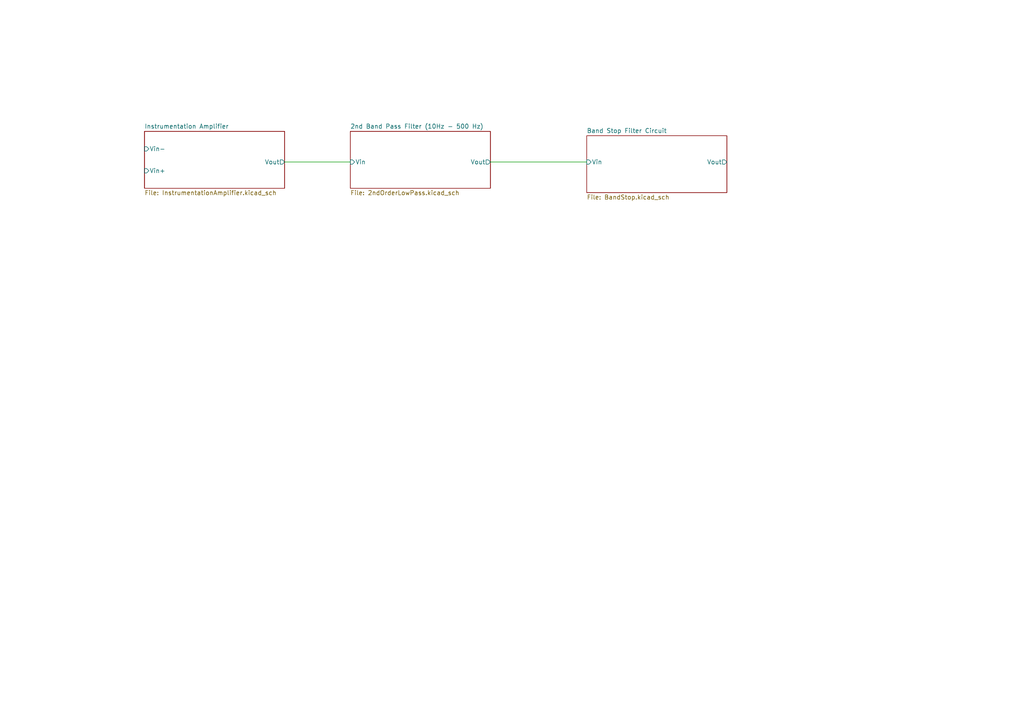
<source format=kicad_sch>
(kicad_sch (version 20230121) (generator eeschema)

  (uuid c6167f6f-8a8c-40a1-9c06-7f0e8ea44639)

  (paper "A4")

  (title_block
    (title "TR-EMG")
    (date "2024-01-24")
    (rev "A")
    (company "Northeastern University")
  )

  (lib_symbols
  )


  (wire (pts (xy 82.55 46.99) (xy 101.6 46.99))
    (stroke (width 0) (type default))
    (uuid 637635b0-d64f-4e62-a8f3-74b4d274dc56)
  )
  (wire (pts (xy 142.24 46.99) (xy 170.18 46.99))
    (stroke (width 0) (type default))
    (uuid c09a9c71-55a2-4905-a5f8-07e25dc3ac32)
  )

  (sheet (at 41.91 38.1) (size 40.64 16.51) (fields_autoplaced)
    (stroke (width 0.1524) (type solid))
    (fill (color 0 0 0 0.0000))
    (uuid 59ee8f59-770d-4fda-92bb-823e819fc8fa)
    (property "Sheetname" "Instrumentation Amplifier" (at 41.91 37.3884 0)
      (effects (font (size 1.27 1.27)) (justify left bottom))
    )
    (property "Sheetfile" "InstrumentationAmplifier.kicad_sch" (at 41.91 55.1946 0)
      (effects (font (size 1.27 1.27)) (justify left top))
    )
    (pin "Vout" output (at 82.55 46.99 0)
      (effects (font (size 1.27 1.27)) (justify right))
      (uuid 5357c32b-fd4e-4387-a09c-38ca4d5c126e)
    )
    (pin "Vin-" input (at 41.91 43.18 180)
      (effects (font (size 1.27 1.27)) (justify left))
      (uuid f3b0f1ae-6301-4ae1-a225-d833d8028758)
    )
    (pin "Vin+" input (at 41.91 49.53 180)
      (effects (font (size 1.27 1.27)) (justify left))
      (uuid a06c6dc5-8e52-4b1c-9395-e12e03b5534f)
    )
    (instances
      (project "TR_EMG"
        (path "/c6167f6f-8a8c-40a1-9c06-7f0e8ea44639" (page "5"))
      )
    )
  )

  (sheet (at 101.6 38.1) (size 40.64 16.51) (fields_autoplaced)
    (stroke (width 0.1524) (type solid))
    (fill (color 0 0 0 0.0000))
    (uuid 79b04bde-485f-4387-8a17-ac0759b4ec88)
    (property "Sheetname" "2nd Band Pass Filter (10Hz - 500 Hz)" (at 101.6 37.3884 0)
      (effects (font (size 1.27 1.27)) (justify left bottom))
    )
    (property "Sheetfile" "2ndOrderLowPass.kicad_sch" (at 101.6 55.1946 0)
      (effects (font (size 1.27 1.27)) (justify left top))
    )
    (pin "Vout" output (at 142.24 46.99 0)
      (effects (font (size 1.27 1.27)) (justify right))
      (uuid 9f57c914-4caf-4329-8a47-87329633ce0f)
    )
    (pin "Vin" input (at 101.6 46.99 180)
      (effects (font (size 1.27 1.27)) (justify left))
      (uuid f5a9052d-88c5-4eab-88a6-98079a6b2c3e)
    )
    (instances
      (project "TR_EMG"
        (path "/c6167f6f-8a8c-40a1-9c06-7f0e8ea44639" (page "3"))
      )
    )
  )

  (sheet (at 170.18 39.37) (size 40.64 16.51) (fields_autoplaced)
    (stroke (width 0.1524) (type solid))
    (fill (color 0 0 0 0.0000))
    (uuid 7fb3b184-acaf-47e3-98f1-99223ca2f08b)
    (property "Sheetname" "Band Stop Filter Circuit" (at 170.18 38.6584 0)
      (effects (font (size 1.27 1.27)) (justify left bottom))
    )
    (property "Sheetfile" "BandStop.kicad_sch" (at 170.18 56.4646 0)
      (effects (font (size 1.27 1.27)) (justify left top))
    )
    (pin "Vout" output (at 210.82 46.99 0)
      (effects (font (size 1.27 1.27)) (justify right))
      (uuid fe966b69-cbaa-4a87-b454-832cd4d9b55d)
    )
    (pin "Vin" input (at 170.18 46.99 180)
      (effects (font (size 1.27 1.27)) (justify left))
      (uuid 7db2c678-1383-43ed-bd1a-9e14f4064081)
    )
    (instances
      (project "TR_EMG"
        (path "/c6167f6f-8a8c-40a1-9c06-7f0e8ea44639" (page "2"))
      )
    )
  )

  (sheet_instances
    (path "/" (page "1"))
  )
)

</source>
